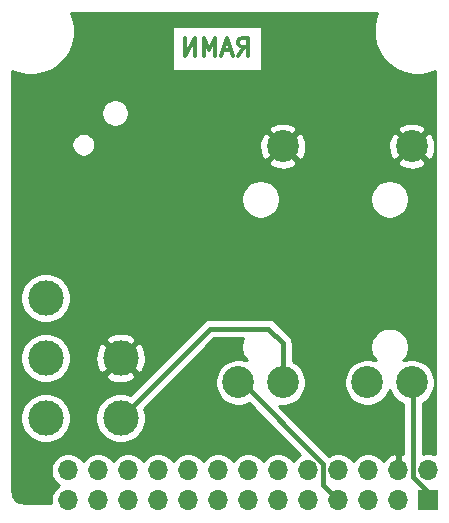
<source format=gbr>
G04 #@! TF.GenerationSoftware,KiCad,Pcbnew,(5.1.9)-1*
G04 #@! TF.CreationDate,2021-02-23T11:14:44+09:00*
G04 #@! TF.ProjectId,powertrain,706f7765-7274-4726-9169-6e2e6b696361,rev?*
G04 #@! TF.SameCoordinates,Original*
G04 #@! TF.FileFunction,Copper,L2,Bot*
G04 #@! TF.FilePolarity,Positive*
%FSLAX46Y46*%
G04 Gerber Fmt 4.6, Leading zero omitted, Abs format (unit mm)*
G04 Created by KiCad (PCBNEW (5.1.9)-1) date 2021-02-23 11:14:44*
%MOMM*%
%LPD*%
G01*
G04 APERTURE LIST*
G04 #@! TA.AperFunction,NonConductor*
%ADD10C,0.300000*%
G04 #@! TD*
G04 #@! TA.AperFunction,ComponentPad*
%ADD11C,2.700000*%
G04 #@! TD*
G04 #@! TA.AperFunction,ComponentPad*
%ADD12O,1.700000X1.700000*%
G04 #@! TD*
G04 #@! TA.AperFunction,ComponentPad*
%ADD13R,1.700000X1.700000*%
G04 #@! TD*
G04 #@! TA.AperFunction,ComponentPad*
%ADD14C,3.000000*%
G04 #@! TD*
G04 #@! TA.AperFunction,ViaPad*
%ADD15C,0.800000*%
G04 #@! TD*
G04 #@! TA.AperFunction,Conductor*
%ADD16C,0.400000*%
G04 #@! TD*
G04 #@! TA.AperFunction,Conductor*
%ADD17C,0.254000*%
G04 #@! TD*
G04 #@! TA.AperFunction,Conductor*
%ADD18C,0.100000*%
G04 #@! TD*
G04 APERTURE END LIST*
D10*
X53129428Y-25824571D02*
X53629428Y-25110285D01*
X53986571Y-25824571D02*
X53986571Y-24324571D01*
X53415142Y-24324571D01*
X53272285Y-24396000D01*
X53200857Y-24467428D01*
X53129428Y-24610285D01*
X53129428Y-24824571D01*
X53200857Y-24967428D01*
X53272285Y-25038857D01*
X53415142Y-25110285D01*
X53986571Y-25110285D01*
X52558000Y-25396000D02*
X51843714Y-25396000D01*
X52700857Y-25824571D02*
X52200857Y-24324571D01*
X51700857Y-25824571D01*
X51200857Y-25824571D02*
X51200857Y-24324571D01*
X50700857Y-25396000D01*
X50200857Y-24324571D01*
X50200857Y-25824571D01*
X49486571Y-25824571D02*
X49486571Y-24324571D01*
X48629428Y-25824571D01*
X48629428Y-24324571D01*
D11*
X67818000Y-53498000D03*
X64068000Y-53498000D03*
X67818000Y-33498000D03*
X56896000Y-33498000D03*
X53146000Y-53498000D03*
X56896000Y-53498000D03*
D12*
X38735000Y-60960000D03*
X38735000Y-63500000D03*
X41275000Y-60960000D03*
X41275000Y-63500000D03*
X43815000Y-60960000D03*
X43815000Y-63500000D03*
X46355000Y-60960000D03*
X46355000Y-63500000D03*
X48895000Y-60960000D03*
X48895000Y-63500000D03*
X51435000Y-60960000D03*
X51435000Y-63500000D03*
X53975000Y-60960000D03*
X53975000Y-63500000D03*
X56515000Y-60960000D03*
X56515000Y-63500000D03*
X59055000Y-60960000D03*
X59055000Y-63500000D03*
X61595000Y-60960000D03*
X61595000Y-63500000D03*
X64135000Y-60960000D03*
X64135000Y-63500000D03*
X66675000Y-60960000D03*
X66675000Y-63500000D03*
X69215000Y-60960000D03*
D13*
X69215000Y-63500000D03*
D14*
X36830000Y-46355000D03*
X36830000Y-56515000D03*
X36830000Y-51435000D03*
X43180000Y-51435000D03*
X43180000Y-56515000D03*
D15*
X40640000Y-22860000D03*
X63500000Y-22860000D03*
X34798000Y-60960000D03*
X50292000Y-45466000D03*
X50038000Y-52578000D03*
X35306000Y-43434000D03*
X60452000Y-53340000D03*
X50292000Y-33274000D03*
D16*
X50755001Y-48939999D02*
X43180000Y-56515000D01*
X55693001Y-48939999D02*
X50755001Y-48939999D01*
X56896000Y-50142998D02*
X55693001Y-48939999D01*
X56896000Y-53340000D02*
X56896000Y-50142998D01*
X67945000Y-53975000D02*
X67310000Y-53340000D01*
X67945000Y-61540002D02*
X67945000Y-53975000D01*
X69215000Y-62810002D02*
X67945000Y-61540002D01*
X69215000Y-63500000D02*
X69215000Y-62810002D01*
X53285002Y-53340000D02*
X53146000Y-53340000D01*
X60325000Y-60379998D02*
X53285002Y-53340000D01*
X60325000Y-62230000D02*
X60325000Y-60379998D01*
X61595000Y-63500000D02*
X60325000Y-62230000D01*
D17*
X64742227Y-22661874D02*
X64599000Y-23381923D01*
X64599000Y-24116077D01*
X64742227Y-24836126D01*
X65023176Y-25514396D01*
X65431050Y-26124824D01*
X65950176Y-26643950D01*
X66560604Y-27051824D01*
X67238874Y-27332773D01*
X67958923Y-27476000D01*
X68693077Y-27476000D01*
X69413126Y-27332773D01*
X69815000Y-27166311D01*
X69815001Y-59601176D01*
X69648158Y-59532068D01*
X69361260Y-59475000D01*
X69068740Y-59475000D01*
X68781842Y-59532068D01*
X68780000Y-59532831D01*
X68780000Y-55242552D01*
X69083364Y-55039851D01*
X69359851Y-54763364D01*
X69577085Y-54438250D01*
X69726718Y-54077003D01*
X69803000Y-53693505D01*
X69803000Y-53302495D01*
X69726718Y-52918997D01*
X69577085Y-52557750D01*
X69359851Y-52232636D01*
X69083364Y-51956149D01*
X68758250Y-51738915D01*
X68397003Y-51589282D01*
X68013505Y-51513000D01*
X67622495Y-51513000D01*
X67238997Y-51589282D01*
X67110896Y-51642343D01*
X67212987Y-51540252D01*
X67391918Y-51272463D01*
X67515168Y-50974912D01*
X67578000Y-50659033D01*
X67578000Y-50336967D01*
X67515168Y-50021088D01*
X67391918Y-49723537D01*
X67212987Y-49455748D01*
X66985252Y-49228013D01*
X66717463Y-49049082D01*
X66419912Y-48925832D01*
X66104033Y-48863000D01*
X65781967Y-48863000D01*
X65466088Y-48925832D01*
X65168537Y-49049082D01*
X64900748Y-49228013D01*
X64673013Y-49455748D01*
X64494082Y-49723537D01*
X64370832Y-50021088D01*
X64308000Y-50336967D01*
X64308000Y-50659033D01*
X64370832Y-50974912D01*
X64494082Y-51272463D01*
X64673013Y-51540252D01*
X64775104Y-51642343D01*
X64647003Y-51589282D01*
X64263505Y-51513000D01*
X63872495Y-51513000D01*
X63488997Y-51589282D01*
X63127750Y-51738915D01*
X62802636Y-51956149D01*
X62526149Y-52232636D01*
X62308915Y-52557750D01*
X62159282Y-52918997D01*
X62083000Y-53302495D01*
X62083000Y-53693505D01*
X62159282Y-54077003D01*
X62308915Y-54438250D01*
X62526149Y-54763364D01*
X62802636Y-55039851D01*
X63127750Y-55257085D01*
X63488997Y-55406718D01*
X63872495Y-55483000D01*
X64263505Y-55483000D01*
X64647003Y-55406718D01*
X65008250Y-55257085D01*
X65333364Y-55039851D01*
X65609851Y-54763364D01*
X65827085Y-54438250D01*
X65943000Y-54158406D01*
X66058915Y-54438250D01*
X66276149Y-54763364D01*
X66552636Y-55039851D01*
X66877750Y-55257085D01*
X67110001Y-55353286D01*
X67110000Y-59542216D01*
X67031890Y-59518524D01*
X66802000Y-59639845D01*
X66802000Y-60833000D01*
X66822000Y-60833000D01*
X66822000Y-61087000D01*
X66802000Y-61087000D01*
X66802000Y-61107000D01*
X66548000Y-61107000D01*
X66548000Y-61087000D01*
X66528000Y-61087000D01*
X66528000Y-60833000D01*
X66548000Y-60833000D01*
X66548000Y-59639845D01*
X66318110Y-59518524D01*
X66170901Y-59563175D01*
X65908080Y-59688359D01*
X65674731Y-59862412D01*
X65479822Y-60078645D01*
X65410195Y-60195534D01*
X65288475Y-60013368D01*
X65081632Y-59806525D01*
X64838411Y-59644010D01*
X64568158Y-59532068D01*
X64281260Y-59475000D01*
X63988740Y-59475000D01*
X63701842Y-59532068D01*
X63431589Y-59644010D01*
X63188368Y-59806525D01*
X62981525Y-60013368D01*
X62865000Y-60187760D01*
X62748475Y-60013368D01*
X62541632Y-59806525D01*
X62298411Y-59644010D01*
X62028158Y-59532068D01*
X61741260Y-59475000D01*
X61448740Y-59475000D01*
X61161842Y-59532068D01*
X60891589Y-59644010D01*
X60818630Y-59692759D01*
X56586119Y-55460249D01*
X56700495Y-55483000D01*
X57091505Y-55483000D01*
X57475003Y-55406718D01*
X57836250Y-55257085D01*
X58161364Y-55039851D01*
X58437851Y-54763364D01*
X58655085Y-54438250D01*
X58804718Y-54077003D01*
X58881000Y-53693505D01*
X58881000Y-53302495D01*
X58804718Y-52918997D01*
X58655085Y-52557750D01*
X58437851Y-52232636D01*
X58161364Y-51956149D01*
X57836250Y-51738915D01*
X57731000Y-51695319D01*
X57731000Y-50184016D01*
X57735040Y-50142998D01*
X57718918Y-49979310D01*
X57671172Y-49821911D01*
X57639639Y-49762917D01*
X57593636Y-49676852D01*
X57489291Y-49549707D01*
X57457426Y-49523556D01*
X56312447Y-48378578D01*
X56286292Y-48346708D01*
X56159147Y-48242363D01*
X56014088Y-48164827D01*
X55856690Y-48117081D01*
X55734020Y-48104999D01*
X55734019Y-48104999D01*
X55693001Y-48100959D01*
X55651983Y-48104999D01*
X50796019Y-48104999D01*
X50755000Y-48100959D01*
X50713982Y-48104999D01*
X50591312Y-48117081D01*
X50433914Y-48164827D01*
X50288855Y-48242363D01*
X50161710Y-48346708D01*
X50135560Y-48378572D01*
X43979059Y-54535074D01*
X43802756Y-54462047D01*
X43390279Y-54380000D01*
X42969721Y-54380000D01*
X42557244Y-54462047D01*
X42168698Y-54622988D01*
X41819017Y-54856637D01*
X41521637Y-55154017D01*
X41287988Y-55503698D01*
X41127047Y-55892244D01*
X41045000Y-56304721D01*
X41045000Y-56725279D01*
X41127047Y-57137756D01*
X41287988Y-57526302D01*
X41521637Y-57875983D01*
X41819017Y-58173363D01*
X42168698Y-58407012D01*
X42557244Y-58567953D01*
X42969721Y-58650000D01*
X43390279Y-58650000D01*
X43802756Y-58567953D01*
X44191302Y-58407012D01*
X44540983Y-58173363D01*
X44838363Y-57875983D01*
X45072012Y-57526302D01*
X45232953Y-57137756D01*
X45315000Y-56725279D01*
X45315000Y-56304721D01*
X45232953Y-55892244D01*
X45159926Y-55715941D01*
X51100869Y-49774999D01*
X53550766Y-49774999D01*
X53448832Y-50021088D01*
X53386000Y-50336967D01*
X53386000Y-50659033D01*
X53448832Y-50974912D01*
X53572082Y-51272463D01*
X53751013Y-51540252D01*
X53853104Y-51642343D01*
X53725003Y-51589282D01*
X53341505Y-51513000D01*
X52950495Y-51513000D01*
X52566997Y-51589282D01*
X52205750Y-51738915D01*
X51880636Y-51956149D01*
X51604149Y-52232636D01*
X51386915Y-52557750D01*
X51237282Y-52918997D01*
X51161000Y-53302495D01*
X51161000Y-53693505D01*
X51237282Y-54077003D01*
X51386915Y-54438250D01*
X51604149Y-54763364D01*
X51880636Y-55039851D01*
X52205750Y-55257085D01*
X52566997Y-55406718D01*
X52950495Y-55483000D01*
X53341505Y-55483000D01*
X53725003Y-55406718D01*
X54040267Y-55276132D01*
X58391579Y-59627446D01*
X58351589Y-59644010D01*
X58108368Y-59806525D01*
X57901525Y-60013368D01*
X57785000Y-60187760D01*
X57668475Y-60013368D01*
X57461632Y-59806525D01*
X57218411Y-59644010D01*
X56948158Y-59532068D01*
X56661260Y-59475000D01*
X56368740Y-59475000D01*
X56081842Y-59532068D01*
X55811589Y-59644010D01*
X55568368Y-59806525D01*
X55361525Y-60013368D01*
X55245000Y-60187760D01*
X55128475Y-60013368D01*
X54921632Y-59806525D01*
X54678411Y-59644010D01*
X54408158Y-59532068D01*
X54121260Y-59475000D01*
X53828740Y-59475000D01*
X53541842Y-59532068D01*
X53271589Y-59644010D01*
X53028368Y-59806525D01*
X52821525Y-60013368D01*
X52705000Y-60187760D01*
X52588475Y-60013368D01*
X52381632Y-59806525D01*
X52138411Y-59644010D01*
X51868158Y-59532068D01*
X51581260Y-59475000D01*
X51288740Y-59475000D01*
X51001842Y-59532068D01*
X50731589Y-59644010D01*
X50488368Y-59806525D01*
X50281525Y-60013368D01*
X50165000Y-60187760D01*
X50048475Y-60013368D01*
X49841632Y-59806525D01*
X49598411Y-59644010D01*
X49328158Y-59532068D01*
X49041260Y-59475000D01*
X48748740Y-59475000D01*
X48461842Y-59532068D01*
X48191589Y-59644010D01*
X47948368Y-59806525D01*
X47741525Y-60013368D01*
X47625000Y-60187760D01*
X47508475Y-60013368D01*
X47301632Y-59806525D01*
X47058411Y-59644010D01*
X46788158Y-59532068D01*
X46501260Y-59475000D01*
X46208740Y-59475000D01*
X45921842Y-59532068D01*
X45651589Y-59644010D01*
X45408368Y-59806525D01*
X45201525Y-60013368D01*
X45085000Y-60187760D01*
X44968475Y-60013368D01*
X44761632Y-59806525D01*
X44518411Y-59644010D01*
X44248158Y-59532068D01*
X43961260Y-59475000D01*
X43668740Y-59475000D01*
X43381842Y-59532068D01*
X43111589Y-59644010D01*
X42868368Y-59806525D01*
X42661525Y-60013368D01*
X42545000Y-60187760D01*
X42428475Y-60013368D01*
X42221632Y-59806525D01*
X41978411Y-59644010D01*
X41708158Y-59532068D01*
X41421260Y-59475000D01*
X41128740Y-59475000D01*
X40841842Y-59532068D01*
X40571589Y-59644010D01*
X40328368Y-59806525D01*
X40121525Y-60013368D01*
X40005000Y-60187760D01*
X39888475Y-60013368D01*
X39681632Y-59806525D01*
X39438411Y-59644010D01*
X39168158Y-59532068D01*
X38881260Y-59475000D01*
X38588740Y-59475000D01*
X38301842Y-59532068D01*
X38031589Y-59644010D01*
X37788368Y-59806525D01*
X37581525Y-60013368D01*
X37419010Y-60256589D01*
X37307068Y-60526842D01*
X37250000Y-60813740D01*
X37250000Y-61106260D01*
X37307068Y-61393158D01*
X37419010Y-61663411D01*
X37581525Y-61906632D01*
X37788368Y-62113475D01*
X37962760Y-62230000D01*
X37788368Y-62346525D01*
X37581525Y-62553368D01*
X37419010Y-62796589D01*
X37307068Y-63066842D01*
X37250000Y-63353740D01*
X37250000Y-63646260D01*
X37257706Y-63685000D01*
X35004968Y-63685000D01*
X34750741Y-63660073D01*
X34583117Y-63609464D01*
X34428519Y-63527263D01*
X34292831Y-63416599D01*
X34181222Y-63281686D01*
X34097942Y-63127664D01*
X34046165Y-62960397D01*
X34011105Y-62626828D01*
X33999042Y-62568061D01*
X33996794Y-62545935D01*
X34020000Y-62310322D01*
X34020000Y-56304721D01*
X34695000Y-56304721D01*
X34695000Y-56725279D01*
X34777047Y-57137756D01*
X34937988Y-57526302D01*
X35171637Y-57875983D01*
X35469017Y-58173363D01*
X35818698Y-58407012D01*
X36207244Y-58567953D01*
X36619721Y-58650000D01*
X37040279Y-58650000D01*
X37452756Y-58567953D01*
X37841302Y-58407012D01*
X38190983Y-58173363D01*
X38488363Y-57875983D01*
X38722012Y-57526302D01*
X38882953Y-57137756D01*
X38965000Y-56725279D01*
X38965000Y-56304721D01*
X38882953Y-55892244D01*
X38722012Y-55503698D01*
X38488363Y-55154017D01*
X38190983Y-54856637D01*
X37841302Y-54622988D01*
X37452756Y-54462047D01*
X37040279Y-54380000D01*
X36619721Y-54380000D01*
X36207244Y-54462047D01*
X35818698Y-54622988D01*
X35469017Y-54856637D01*
X35171637Y-55154017D01*
X34937988Y-55503698D01*
X34777047Y-55892244D01*
X34695000Y-56304721D01*
X34020000Y-56304721D01*
X34020000Y-51224721D01*
X34695000Y-51224721D01*
X34695000Y-51645279D01*
X34777047Y-52057756D01*
X34937988Y-52446302D01*
X35171637Y-52795983D01*
X35469017Y-53093363D01*
X35818698Y-53327012D01*
X36207244Y-53487953D01*
X36619721Y-53570000D01*
X37040279Y-53570000D01*
X37452756Y-53487953D01*
X37841302Y-53327012D01*
X38190983Y-53093363D01*
X38357693Y-52926653D01*
X41867952Y-52926653D01*
X42023962Y-53242214D01*
X42398745Y-53433020D01*
X42803551Y-53547044D01*
X43222824Y-53579902D01*
X43640451Y-53530334D01*
X44040383Y-53400243D01*
X44336038Y-53242214D01*
X44492048Y-52926653D01*
X43180000Y-51614605D01*
X41867952Y-52926653D01*
X38357693Y-52926653D01*
X38488363Y-52795983D01*
X38722012Y-52446302D01*
X38882953Y-52057756D01*
X38965000Y-51645279D01*
X38965000Y-51477824D01*
X41035098Y-51477824D01*
X41084666Y-51895451D01*
X41214757Y-52295383D01*
X41372786Y-52591038D01*
X41688347Y-52747048D01*
X43000395Y-51435000D01*
X43359605Y-51435000D01*
X44671653Y-52747048D01*
X44987214Y-52591038D01*
X45178020Y-52216255D01*
X45292044Y-51811449D01*
X45324902Y-51392176D01*
X45275334Y-50974549D01*
X45145243Y-50574617D01*
X44987214Y-50278962D01*
X44671653Y-50122952D01*
X43359605Y-51435000D01*
X43000395Y-51435000D01*
X41688347Y-50122952D01*
X41372786Y-50278962D01*
X41181980Y-50653745D01*
X41067956Y-51058551D01*
X41035098Y-51477824D01*
X38965000Y-51477824D01*
X38965000Y-51224721D01*
X38882953Y-50812244D01*
X38722012Y-50423698D01*
X38488363Y-50074017D01*
X38357693Y-49943347D01*
X41867952Y-49943347D01*
X43180000Y-51255395D01*
X44492048Y-49943347D01*
X44336038Y-49627786D01*
X43961255Y-49436980D01*
X43556449Y-49322956D01*
X43137176Y-49290098D01*
X42719549Y-49339666D01*
X42319617Y-49469757D01*
X42023962Y-49627786D01*
X41867952Y-49943347D01*
X38357693Y-49943347D01*
X38190983Y-49776637D01*
X37841302Y-49542988D01*
X37452756Y-49382047D01*
X37040279Y-49300000D01*
X36619721Y-49300000D01*
X36207244Y-49382047D01*
X35818698Y-49542988D01*
X35469017Y-49776637D01*
X35171637Y-50074017D01*
X34937988Y-50423698D01*
X34777047Y-50812244D01*
X34695000Y-51224721D01*
X34020000Y-51224721D01*
X34020000Y-46144721D01*
X34695000Y-46144721D01*
X34695000Y-46565279D01*
X34777047Y-46977756D01*
X34937988Y-47366302D01*
X35171637Y-47715983D01*
X35469017Y-48013363D01*
X35818698Y-48247012D01*
X36207244Y-48407953D01*
X36619721Y-48490000D01*
X37040279Y-48490000D01*
X37452756Y-48407953D01*
X37841302Y-48247012D01*
X38190983Y-48013363D01*
X38488363Y-47715983D01*
X38722012Y-47366302D01*
X38882953Y-46977756D01*
X38965000Y-46565279D01*
X38965000Y-46144721D01*
X38882953Y-45732244D01*
X38722012Y-45343698D01*
X38488363Y-44994017D01*
X38190983Y-44696637D01*
X37841302Y-44462988D01*
X37452756Y-44302047D01*
X37040279Y-44220000D01*
X36619721Y-44220000D01*
X36207244Y-44302047D01*
X35818698Y-44462988D01*
X35469017Y-44696637D01*
X35171637Y-44994017D01*
X34937988Y-45343698D01*
X34777047Y-45732244D01*
X34695000Y-46144721D01*
X34020000Y-46144721D01*
X34020000Y-37836967D01*
X53386000Y-37836967D01*
X53386000Y-38159033D01*
X53448832Y-38474912D01*
X53572082Y-38772463D01*
X53751013Y-39040252D01*
X53978748Y-39267987D01*
X54246537Y-39446918D01*
X54544088Y-39570168D01*
X54859967Y-39633000D01*
X55182033Y-39633000D01*
X55497912Y-39570168D01*
X55795463Y-39446918D01*
X56063252Y-39267987D01*
X56290987Y-39040252D01*
X56469918Y-38772463D01*
X56593168Y-38474912D01*
X56656000Y-38159033D01*
X56656000Y-37836967D01*
X64308000Y-37836967D01*
X64308000Y-38159033D01*
X64370832Y-38474912D01*
X64494082Y-38772463D01*
X64673013Y-39040252D01*
X64900748Y-39267987D01*
X65168537Y-39446918D01*
X65466088Y-39570168D01*
X65781967Y-39633000D01*
X66104033Y-39633000D01*
X66419912Y-39570168D01*
X66717463Y-39446918D01*
X66985252Y-39267987D01*
X67212987Y-39040252D01*
X67391918Y-38772463D01*
X67515168Y-38474912D01*
X67578000Y-38159033D01*
X67578000Y-37836967D01*
X67515168Y-37521088D01*
X67391918Y-37223537D01*
X67212987Y-36955748D01*
X66985252Y-36728013D01*
X66717463Y-36549082D01*
X66419912Y-36425832D01*
X66104033Y-36363000D01*
X65781967Y-36363000D01*
X65466088Y-36425832D01*
X65168537Y-36549082D01*
X64900748Y-36728013D01*
X64673013Y-36955748D01*
X64494082Y-37223537D01*
X64370832Y-37521088D01*
X64308000Y-37836967D01*
X56656000Y-37836967D01*
X56593168Y-37521088D01*
X56469918Y-37223537D01*
X56290987Y-36955748D01*
X56063252Y-36728013D01*
X55795463Y-36549082D01*
X55497912Y-36425832D01*
X55182033Y-36363000D01*
X54859967Y-36363000D01*
X54544088Y-36425832D01*
X54246537Y-36549082D01*
X53978748Y-36728013D01*
X53751013Y-36955748D01*
X53572082Y-37223537D01*
X53448832Y-37521088D01*
X53386000Y-37836967D01*
X34020000Y-37836967D01*
X34020000Y-34882838D01*
X55690767Y-34882838D01*
X55828724Y-35183044D01*
X56177967Y-35358882D01*
X56554804Y-35463207D01*
X56944753Y-35492009D01*
X57332828Y-35444184D01*
X57704116Y-35321568D01*
X57963276Y-35183044D01*
X58101233Y-34882838D01*
X66612767Y-34882838D01*
X66750724Y-35183044D01*
X67099967Y-35358882D01*
X67476804Y-35463207D01*
X67866753Y-35492009D01*
X68254828Y-35444184D01*
X68626116Y-35321568D01*
X68885276Y-35183044D01*
X69023233Y-34882838D01*
X67818000Y-33677605D01*
X66612767Y-34882838D01*
X58101233Y-34882838D01*
X56896000Y-33677605D01*
X55690767Y-34882838D01*
X34020000Y-34882838D01*
X34020000Y-33283382D01*
X39013142Y-33283382D01*
X39013142Y-33482334D01*
X39051956Y-33677464D01*
X39128092Y-33861272D01*
X39238624Y-34026695D01*
X39379305Y-34167376D01*
X39544728Y-34277908D01*
X39728536Y-34354044D01*
X39923666Y-34392858D01*
X40122618Y-34392858D01*
X40317748Y-34354044D01*
X40501556Y-34277908D01*
X40666979Y-34167376D01*
X40807660Y-34026695D01*
X40918192Y-33861272D01*
X40994328Y-33677464D01*
X41020328Y-33546753D01*
X54901991Y-33546753D01*
X54949816Y-33934828D01*
X55072432Y-34306116D01*
X55210956Y-34565276D01*
X55511162Y-34703233D01*
X56716395Y-33498000D01*
X57075605Y-33498000D01*
X58280838Y-34703233D01*
X58581044Y-34565276D01*
X58756882Y-34216033D01*
X58861207Y-33839196D01*
X58882807Y-33546753D01*
X65823991Y-33546753D01*
X65871816Y-33934828D01*
X65994432Y-34306116D01*
X66132956Y-34565276D01*
X66433162Y-34703233D01*
X67638395Y-33498000D01*
X67997605Y-33498000D01*
X69202838Y-34703233D01*
X69503044Y-34565276D01*
X69678882Y-34216033D01*
X69783207Y-33839196D01*
X69812009Y-33449247D01*
X69764184Y-33061172D01*
X69641568Y-32689884D01*
X69503044Y-32430724D01*
X69202838Y-32292767D01*
X67997605Y-33498000D01*
X67638395Y-33498000D01*
X66433162Y-32292767D01*
X66132956Y-32430724D01*
X65957118Y-32779967D01*
X65852793Y-33156804D01*
X65823991Y-33546753D01*
X58882807Y-33546753D01*
X58890009Y-33449247D01*
X58842184Y-33061172D01*
X58719568Y-32689884D01*
X58581044Y-32430724D01*
X58280838Y-32292767D01*
X57075605Y-33498000D01*
X56716395Y-33498000D01*
X55511162Y-32292767D01*
X55210956Y-32430724D01*
X55035118Y-32779967D01*
X54930793Y-33156804D01*
X54901991Y-33546753D01*
X41020328Y-33546753D01*
X41033142Y-33482334D01*
X41033142Y-33283382D01*
X40994328Y-33088252D01*
X40918192Y-32904444D01*
X40807660Y-32739021D01*
X40666979Y-32598340D01*
X40501556Y-32487808D01*
X40317748Y-32411672D01*
X40122618Y-32372858D01*
X39923666Y-32372858D01*
X39728536Y-32411672D01*
X39544728Y-32487808D01*
X39379305Y-32598340D01*
X39238624Y-32739021D01*
X39128092Y-32904444D01*
X39051956Y-33088252D01*
X39013142Y-33283382D01*
X34020000Y-33283382D01*
X34020000Y-32113162D01*
X55690767Y-32113162D01*
X56896000Y-33318395D01*
X58101233Y-32113162D01*
X66612767Y-32113162D01*
X67818000Y-33318395D01*
X69023233Y-32113162D01*
X68885276Y-31812956D01*
X68536033Y-31637118D01*
X68159196Y-31532793D01*
X67769247Y-31503991D01*
X67381172Y-31551816D01*
X67009884Y-31674432D01*
X66750724Y-31812956D01*
X66612767Y-32113162D01*
X58101233Y-32113162D01*
X57963276Y-31812956D01*
X57614033Y-31637118D01*
X57237196Y-31532793D01*
X56847247Y-31503991D01*
X56459172Y-31551816D01*
X56087884Y-31674432D01*
X55828724Y-31812956D01*
X55690767Y-32113162D01*
X34020000Y-32113162D01*
X34020000Y-30581602D01*
X41550148Y-30581602D01*
X41550148Y-30810102D01*
X41594726Y-31034212D01*
X41682169Y-31245318D01*
X41809117Y-31435309D01*
X41970691Y-31596883D01*
X42160682Y-31723831D01*
X42371788Y-31811274D01*
X42595898Y-31855852D01*
X42824398Y-31855852D01*
X43048508Y-31811274D01*
X43259614Y-31723831D01*
X43449605Y-31596883D01*
X43611179Y-31435309D01*
X43738127Y-31245318D01*
X43825570Y-31034212D01*
X43870148Y-30810102D01*
X43870148Y-30581602D01*
X43825570Y-30357492D01*
X43738127Y-30146386D01*
X43611179Y-29956395D01*
X43449605Y-29794821D01*
X43259614Y-29667873D01*
X43048508Y-29580430D01*
X42824398Y-29535852D01*
X42595898Y-29535852D01*
X42371788Y-29580430D01*
X42160682Y-29667873D01*
X41970691Y-29794821D01*
X41809117Y-29956395D01*
X41682169Y-30146386D01*
X41594726Y-30357492D01*
X41550148Y-30581602D01*
X34020000Y-30581602D01*
X34020000Y-27145186D01*
X34472874Y-27332773D01*
X35192923Y-27476000D01*
X35927077Y-27476000D01*
X36647126Y-27332773D01*
X37325396Y-27051824D01*
X37935824Y-26643950D01*
X38454950Y-26124824D01*
X38862824Y-25514396D01*
X39143773Y-24836126D01*
X39287000Y-24116077D01*
X39287000Y-23381923D01*
X39281844Y-23356000D01*
X47487286Y-23356000D01*
X47487286Y-27176000D01*
X55128715Y-27176000D01*
X55128715Y-23356000D01*
X47487286Y-23356000D01*
X39281844Y-23356000D01*
X39143773Y-22661874D01*
X38977311Y-22260000D01*
X64908689Y-22260000D01*
X64742227Y-22661874D01*
G04 #@! TA.AperFunction,Conductor*
D18*
G36*
X64742227Y-22661874D02*
G01*
X64599000Y-23381923D01*
X64599000Y-24116077D01*
X64742227Y-24836126D01*
X65023176Y-25514396D01*
X65431050Y-26124824D01*
X65950176Y-26643950D01*
X66560604Y-27051824D01*
X67238874Y-27332773D01*
X67958923Y-27476000D01*
X68693077Y-27476000D01*
X69413126Y-27332773D01*
X69815000Y-27166311D01*
X69815001Y-59601176D01*
X69648158Y-59532068D01*
X69361260Y-59475000D01*
X69068740Y-59475000D01*
X68781842Y-59532068D01*
X68780000Y-59532831D01*
X68780000Y-55242552D01*
X69083364Y-55039851D01*
X69359851Y-54763364D01*
X69577085Y-54438250D01*
X69726718Y-54077003D01*
X69803000Y-53693505D01*
X69803000Y-53302495D01*
X69726718Y-52918997D01*
X69577085Y-52557750D01*
X69359851Y-52232636D01*
X69083364Y-51956149D01*
X68758250Y-51738915D01*
X68397003Y-51589282D01*
X68013505Y-51513000D01*
X67622495Y-51513000D01*
X67238997Y-51589282D01*
X67110896Y-51642343D01*
X67212987Y-51540252D01*
X67391918Y-51272463D01*
X67515168Y-50974912D01*
X67578000Y-50659033D01*
X67578000Y-50336967D01*
X67515168Y-50021088D01*
X67391918Y-49723537D01*
X67212987Y-49455748D01*
X66985252Y-49228013D01*
X66717463Y-49049082D01*
X66419912Y-48925832D01*
X66104033Y-48863000D01*
X65781967Y-48863000D01*
X65466088Y-48925832D01*
X65168537Y-49049082D01*
X64900748Y-49228013D01*
X64673013Y-49455748D01*
X64494082Y-49723537D01*
X64370832Y-50021088D01*
X64308000Y-50336967D01*
X64308000Y-50659033D01*
X64370832Y-50974912D01*
X64494082Y-51272463D01*
X64673013Y-51540252D01*
X64775104Y-51642343D01*
X64647003Y-51589282D01*
X64263505Y-51513000D01*
X63872495Y-51513000D01*
X63488997Y-51589282D01*
X63127750Y-51738915D01*
X62802636Y-51956149D01*
X62526149Y-52232636D01*
X62308915Y-52557750D01*
X62159282Y-52918997D01*
X62083000Y-53302495D01*
X62083000Y-53693505D01*
X62159282Y-54077003D01*
X62308915Y-54438250D01*
X62526149Y-54763364D01*
X62802636Y-55039851D01*
X63127750Y-55257085D01*
X63488997Y-55406718D01*
X63872495Y-55483000D01*
X64263505Y-55483000D01*
X64647003Y-55406718D01*
X65008250Y-55257085D01*
X65333364Y-55039851D01*
X65609851Y-54763364D01*
X65827085Y-54438250D01*
X65943000Y-54158406D01*
X66058915Y-54438250D01*
X66276149Y-54763364D01*
X66552636Y-55039851D01*
X66877750Y-55257085D01*
X67110001Y-55353286D01*
X67110000Y-59542216D01*
X67031890Y-59518524D01*
X66802000Y-59639845D01*
X66802000Y-60833000D01*
X66822000Y-60833000D01*
X66822000Y-61087000D01*
X66802000Y-61087000D01*
X66802000Y-61107000D01*
X66548000Y-61107000D01*
X66548000Y-61087000D01*
X66528000Y-61087000D01*
X66528000Y-60833000D01*
X66548000Y-60833000D01*
X66548000Y-59639845D01*
X66318110Y-59518524D01*
X66170901Y-59563175D01*
X65908080Y-59688359D01*
X65674731Y-59862412D01*
X65479822Y-60078645D01*
X65410195Y-60195534D01*
X65288475Y-60013368D01*
X65081632Y-59806525D01*
X64838411Y-59644010D01*
X64568158Y-59532068D01*
X64281260Y-59475000D01*
X63988740Y-59475000D01*
X63701842Y-59532068D01*
X63431589Y-59644010D01*
X63188368Y-59806525D01*
X62981525Y-60013368D01*
X62865000Y-60187760D01*
X62748475Y-60013368D01*
X62541632Y-59806525D01*
X62298411Y-59644010D01*
X62028158Y-59532068D01*
X61741260Y-59475000D01*
X61448740Y-59475000D01*
X61161842Y-59532068D01*
X60891589Y-59644010D01*
X60818630Y-59692759D01*
X56586119Y-55460249D01*
X56700495Y-55483000D01*
X57091505Y-55483000D01*
X57475003Y-55406718D01*
X57836250Y-55257085D01*
X58161364Y-55039851D01*
X58437851Y-54763364D01*
X58655085Y-54438250D01*
X58804718Y-54077003D01*
X58881000Y-53693505D01*
X58881000Y-53302495D01*
X58804718Y-52918997D01*
X58655085Y-52557750D01*
X58437851Y-52232636D01*
X58161364Y-51956149D01*
X57836250Y-51738915D01*
X57731000Y-51695319D01*
X57731000Y-50184016D01*
X57735040Y-50142998D01*
X57718918Y-49979310D01*
X57671172Y-49821911D01*
X57639639Y-49762917D01*
X57593636Y-49676852D01*
X57489291Y-49549707D01*
X57457426Y-49523556D01*
X56312447Y-48378578D01*
X56286292Y-48346708D01*
X56159147Y-48242363D01*
X56014088Y-48164827D01*
X55856690Y-48117081D01*
X55734020Y-48104999D01*
X55734019Y-48104999D01*
X55693001Y-48100959D01*
X55651983Y-48104999D01*
X50796019Y-48104999D01*
X50755000Y-48100959D01*
X50713982Y-48104999D01*
X50591312Y-48117081D01*
X50433914Y-48164827D01*
X50288855Y-48242363D01*
X50161710Y-48346708D01*
X50135560Y-48378572D01*
X43979059Y-54535074D01*
X43802756Y-54462047D01*
X43390279Y-54380000D01*
X42969721Y-54380000D01*
X42557244Y-54462047D01*
X42168698Y-54622988D01*
X41819017Y-54856637D01*
X41521637Y-55154017D01*
X41287988Y-55503698D01*
X41127047Y-55892244D01*
X41045000Y-56304721D01*
X41045000Y-56725279D01*
X41127047Y-57137756D01*
X41287988Y-57526302D01*
X41521637Y-57875983D01*
X41819017Y-58173363D01*
X42168698Y-58407012D01*
X42557244Y-58567953D01*
X42969721Y-58650000D01*
X43390279Y-58650000D01*
X43802756Y-58567953D01*
X44191302Y-58407012D01*
X44540983Y-58173363D01*
X44838363Y-57875983D01*
X45072012Y-57526302D01*
X45232953Y-57137756D01*
X45315000Y-56725279D01*
X45315000Y-56304721D01*
X45232953Y-55892244D01*
X45159926Y-55715941D01*
X51100869Y-49774999D01*
X53550766Y-49774999D01*
X53448832Y-50021088D01*
X53386000Y-50336967D01*
X53386000Y-50659033D01*
X53448832Y-50974912D01*
X53572082Y-51272463D01*
X53751013Y-51540252D01*
X53853104Y-51642343D01*
X53725003Y-51589282D01*
X53341505Y-51513000D01*
X52950495Y-51513000D01*
X52566997Y-51589282D01*
X52205750Y-51738915D01*
X51880636Y-51956149D01*
X51604149Y-52232636D01*
X51386915Y-52557750D01*
X51237282Y-52918997D01*
X51161000Y-53302495D01*
X51161000Y-53693505D01*
X51237282Y-54077003D01*
X51386915Y-54438250D01*
X51604149Y-54763364D01*
X51880636Y-55039851D01*
X52205750Y-55257085D01*
X52566997Y-55406718D01*
X52950495Y-55483000D01*
X53341505Y-55483000D01*
X53725003Y-55406718D01*
X54040267Y-55276132D01*
X58391579Y-59627446D01*
X58351589Y-59644010D01*
X58108368Y-59806525D01*
X57901525Y-60013368D01*
X57785000Y-60187760D01*
X57668475Y-60013368D01*
X57461632Y-59806525D01*
X57218411Y-59644010D01*
X56948158Y-59532068D01*
X56661260Y-59475000D01*
X56368740Y-59475000D01*
X56081842Y-59532068D01*
X55811589Y-59644010D01*
X55568368Y-59806525D01*
X55361525Y-60013368D01*
X55245000Y-60187760D01*
X55128475Y-60013368D01*
X54921632Y-59806525D01*
X54678411Y-59644010D01*
X54408158Y-59532068D01*
X54121260Y-59475000D01*
X53828740Y-59475000D01*
X53541842Y-59532068D01*
X53271589Y-59644010D01*
X53028368Y-59806525D01*
X52821525Y-60013368D01*
X52705000Y-60187760D01*
X52588475Y-60013368D01*
X52381632Y-59806525D01*
X52138411Y-59644010D01*
X51868158Y-59532068D01*
X51581260Y-59475000D01*
X51288740Y-59475000D01*
X51001842Y-59532068D01*
X50731589Y-59644010D01*
X50488368Y-59806525D01*
X50281525Y-60013368D01*
X50165000Y-60187760D01*
X50048475Y-60013368D01*
X49841632Y-59806525D01*
X49598411Y-59644010D01*
X49328158Y-59532068D01*
X49041260Y-59475000D01*
X48748740Y-59475000D01*
X48461842Y-59532068D01*
X48191589Y-59644010D01*
X47948368Y-59806525D01*
X47741525Y-60013368D01*
X47625000Y-60187760D01*
X47508475Y-60013368D01*
X47301632Y-59806525D01*
X47058411Y-59644010D01*
X46788158Y-59532068D01*
X46501260Y-59475000D01*
X46208740Y-59475000D01*
X45921842Y-59532068D01*
X45651589Y-59644010D01*
X45408368Y-59806525D01*
X45201525Y-60013368D01*
X45085000Y-60187760D01*
X44968475Y-60013368D01*
X44761632Y-59806525D01*
X44518411Y-59644010D01*
X44248158Y-59532068D01*
X43961260Y-59475000D01*
X43668740Y-59475000D01*
X43381842Y-59532068D01*
X43111589Y-59644010D01*
X42868368Y-59806525D01*
X42661525Y-60013368D01*
X42545000Y-60187760D01*
X42428475Y-60013368D01*
X42221632Y-59806525D01*
X41978411Y-59644010D01*
X41708158Y-59532068D01*
X41421260Y-59475000D01*
X41128740Y-59475000D01*
X40841842Y-59532068D01*
X40571589Y-59644010D01*
X40328368Y-59806525D01*
X40121525Y-60013368D01*
X40005000Y-60187760D01*
X39888475Y-60013368D01*
X39681632Y-59806525D01*
X39438411Y-59644010D01*
X39168158Y-59532068D01*
X38881260Y-59475000D01*
X38588740Y-59475000D01*
X38301842Y-59532068D01*
X38031589Y-59644010D01*
X37788368Y-59806525D01*
X37581525Y-60013368D01*
X37419010Y-60256589D01*
X37307068Y-60526842D01*
X37250000Y-60813740D01*
X37250000Y-61106260D01*
X37307068Y-61393158D01*
X37419010Y-61663411D01*
X37581525Y-61906632D01*
X37788368Y-62113475D01*
X37962760Y-62230000D01*
X37788368Y-62346525D01*
X37581525Y-62553368D01*
X37419010Y-62796589D01*
X37307068Y-63066842D01*
X37250000Y-63353740D01*
X37250000Y-63646260D01*
X37257706Y-63685000D01*
X35004968Y-63685000D01*
X34750741Y-63660073D01*
X34583117Y-63609464D01*
X34428519Y-63527263D01*
X34292831Y-63416599D01*
X34181222Y-63281686D01*
X34097942Y-63127664D01*
X34046165Y-62960397D01*
X34011105Y-62626828D01*
X33999042Y-62568061D01*
X33996794Y-62545935D01*
X34020000Y-62310322D01*
X34020000Y-56304721D01*
X34695000Y-56304721D01*
X34695000Y-56725279D01*
X34777047Y-57137756D01*
X34937988Y-57526302D01*
X35171637Y-57875983D01*
X35469017Y-58173363D01*
X35818698Y-58407012D01*
X36207244Y-58567953D01*
X36619721Y-58650000D01*
X37040279Y-58650000D01*
X37452756Y-58567953D01*
X37841302Y-58407012D01*
X38190983Y-58173363D01*
X38488363Y-57875983D01*
X38722012Y-57526302D01*
X38882953Y-57137756D01*
X38965000Y-56725279D01*
X38965000Y-56304721D01*
X38882953Y-55892244D01*
X38722012Y-55503698D01*
X38488363Y-55154017D01*
X38190983Y-54856637D01*
X37841302Y-54622988D01*
X37452756Y-54462047D01*
X37040279Y-54380000D01*
X36619721Y-54380000D01*
X36207244Y-54462047D01*
X35818698Y-54622988D01*
X35469017Y-54856637D01*
X35171637Y-55154017D01*
X34937988Y-55503698D01*
X34777047Y-55892244D01*
X34695000Y-56304721D01*
X34020000Y-56304721D01*
X34020000Y-51224721D01*
X34695000Y-51224721D01*
X34695000Y-51645279D01*
X34777047Y-52057756D01*
X34937988Y-52446302D01*
X35171637Y-52795983D01*
X35469017Y-53093363D01*
X35818698Y-53327012D01*
X36207244Y-53487953D01*
X36619721Y-53570000D01*
X37040279Y-53570000D01*
X37452756Y-53487953D01*
X37841302Y-53327012D01*
X38190983Y-53093363D01*
X38357693Y-52926653D01*
X41867952Y-52926653D01*
X42023962Y-53242214D01*
X42398745Y-53433020D01*
X42803551Y-53547044D01*
X43222824Y-53579902D01*
X43640451Y-53530334D01*
X44040383Y-53400243D01*
X44336038Y-53242214D01*
X44492048Y-52926653D01*
X43180000Y-51614605D01*
X41867952Y-52926653D01*
X38357693Y-52926653D01*
X38488363Y-52795983D01*
X38722012Y-52446302D01*
X38882953Y-52057756D01*
X38965000Y-51645279D01*
X38965000Y-51477824D01*
X41035098Y-51477824D01*
X41084666Y-51895451D01*
X41214757Y-52295383D01*
X41372786Y-52591038D01*
X41688347Y-52747048D01*
X43000395Y-51435000D01*
X43359605Y-51435000D01*
X44671653Y-52747048D01*
X44987214Y-52591038D01*
X45178020Y-52216255D01*
X45292044Y-51811449D01*
X45324902Y-51392176D01*
X45275334Y-50974549D01*
X45145243Y-50574617D01*
X44987214Y-50278962D01*
X44671653Y-50122952D01*
X43359605Y-51435000D01*
X43000395Y-51435000D01*
X41688347Y-50122952D01*
X41372786Y-50278962D01*
X41181980Y-50653745D01*
X41067956Y-51058551D01*
X41035098Y-51477824D01*
X38965000Y-51477824D01*
X38965000Y-51224721D01*
X38882953Y-50812244D01*
X38722012Y-50423698D01*
X38488363Y-50074017D01*
X38357693Y-49943347D01*
X41867952Y-49943347D01*
X43180000Y-51255395D01*
X44492048Y-49943347D01*
X44336038Y-49627786D01*
X43961255Y-49436980D01*
X43556449Y-49322956D01*
X43137176Y-49290098D01*
X42719549Y-49339666D01*
X42319617Y-49469757D01*
X42023962Y-49627786D01*
X41867952Y-49943347D01*
X38357693Y-49943347D01*
X38190983Y-49776637D01*
X37841302Y-49542988D01*
X37452756Y-49382047D01*
X37040279Y-49300000D01*
X36619721Y-49300000D01*
X36207244Y-49382047D01*
X35818698Y-49542988D01*
X35469017Y-49776637D01*
X35171637Y-50074017D01*
X34937988Y-50423698D01*
X34777047Y-50812244D01*
X34695000Y-51224721D01*
X34020000Y-51224721D01*
X34020000Y-46144721D01*
X34695000Y-46144721D01*
X34695000Y-46565279D01*
X34777047Y-46977756D01*
X34937988Y-47366302D01*
X35171637Y-47715983D01*
X35469017Y-48013363D01*
X35818698Y-48247012D01*
X36207244Y-48407953D01*
X36619721Y-48490000D01*
X37040279Y-48490000D01*
X37452756Y-48407953D01*
X37841302Y-48247012D01*
X38190983Y-48013363D01*
X38488363Y-47715983D01*
X38722012Y-47366302D01*
X38882953Y-46977756D01*
X38965000Y-46565279D01*
X38965000Y-46144721D01*
X38882953Y-45732244D01*
X38722012Y-45343698D01*
X38488363Y-44994017D01*
X38190983Y-44696637D01*
X37841302Y-44462988D01*
X37452756Y-44302047D01*
X37040279Y-44220000D01*
X36619721Y-44220000D01*
X36207244Y-44302047D01*
X35818698Y-44462988D01*
X35469017Y-44696637D01*
X35171637Y-44994017D01*
X34937988Y-45343698D01*
X34777047Y-45732244D01*
X34695000Y-46144721D01*
X34020000Y-46144721D01*
X34020000Y-37836967D01*
X53386000Y-37836967D01*
X53386000Y-38159033D01*
X53448832Y-38474912D01*
X53572082Y-38772463D01*
X53751013Y-39040252D01*
X53978748Y-39267987D01*
X54246537Y-39446918D01*
X54544088Y-39570168D01*
X54859967Y-39633000D01*
X55182033Y-39633000D01*
X55497912Y-39570168D01*
X55795463Y-39446918D01*
X56063252Y-39267987D01*
X56290987Y-39040252D01*
X56469918Y-38772463D01*
X56593168Y-38474912D01*
X56656000Y-38159033D01*
X56656000Y-37836967D01*
X64308000Y-37836967D01*
X64308000Y-38159033D01*
X64370832Y-38474912D01*
X64494082Y-38772463D01*
X64673013Y-39040252D01*
X64900748Y-39267987D01*
X65168537Y-39446918D01*
X65466088Y-39570168D01*
X65781967Y-39633000D01*
X66104033Y-39633000D01*
X66419912Y-39570168D01*
X66717463Y-39446918D01*
X66985252Y-39267987D01*
X67212987Y-39040252D01*
X67391918Y-38772463D01*
X67515168Y-38474912D01*
X67578000Y-38159033D01*
X67578000Y-37836967D01*
X67515168Y-37521088D01*
X67391918Y-37223537D01*
X67212987Y-36955748D01*
X66985252Y-36728013D01*
X66717463Y-36549082D01*
X66419912Y-36425832D01*
X66104033Y-36363000D01*
X65781967Y-36363000D01*
X65466088Y-36425832D01*
X65168537Y-36549082D01*
X64900748Y-36728013D01*
X64673013Y-36955748D01*
X64494082Y-37223537D01*
X64370832Y-37521088D01*
X64308000Y-37836967D01*
X56656000Y-37836967D01*
X56593168Y-37521088D01*
X56469918Y-37223537D01*
X56290987Y-36955748D01*
X56063252Y-36728013D01*
X55795463Y-36549082D01*
X55497912Y-36425832D01*
X55182033Y-36363000D01*
X54859967Y-36363000D01*
X54544088Y-36425832D01*
X54246537Y-36549082D01*
X53978748Y-36728013D01*
X53751013Y-36955748D01*
X53572082Y-37223537D01*
X53448832Y-37521088D01*
X53386000Y-37836967D01*
X34020000Y-37836967D01*
X34020000Y-34882838D01*
X55690767Y-34882838D01*
X55828724Y-35183044D01*
X56177967Y-35358882D01*
X56554804Y-35463207D01*
X56944753Y-35492009D01*
X57332828Y-35444184D01*
X57704116Y-35321568D01*
X57963276Y-35183044D01*
X58101233Y-34882838D01*
X66612767Y-34882838D01*
X66750724Y-35183044D01*
X67099967Y-35358882D01*
X67476804Y-35463207D01*
X67866753Y-35492009D01*
X68254828Y-35444184D01*
X68626116Y-35321568D01*
X68885276Y-35183044D01*
X69023233Y-34882838D01*
X67818000Y-33677605D01*
X66612767Y-34882838D01*
X58101233Y-34882838D01*
X56896000Y-33677605D01*
X55690767Y-34882838D01*
X34020000Y-34882838D01*
X34020000Y-33283382D01*
X39013142Y-33283382D01*
X39013142Y-33482334D01*
X39051956Y-33677464D01*
X39128092Y-33861272D01*
X39238624Y-34026695D01*
X39379305Y-34167376D01*
X39544728Y-34277908D01*
X39728536Y-34354044D01*
X39923666Y-34392858D01*
X40122618Y-34392858D01*
X40317748Y-34354044D01*
X40501556Y-34277908D01*
X40666979Y-34167376D01*
X40807660Y-34026695D01*
X40918192Y-33861272D01*
X40994328Y-33677464D01*
X41020328Y-33546753D01*
X54901991Y-33546753D01*
X54949816Y-33934828D01*
X55072432Y-34306116D01*
X55210956Y-34565276D01*
X55511162Y-34703233D01*
X56716395Y-33498000D01*
X57075605Y-33498000D01*
X58280838Y-34703233D01*
X58581044Y-34565276D01*
X58756882Y-34216033D01*
X58861207Y-33839196D01*
X58882807Y-33546753D01*
X65823991Y-33546753D01*
X65871816Y-33934828D01*
X65994432Y-34306116D01*
X66132956Y-34565276D01*
X66433162Y-34703233D01*
X67638395Y-33498000D01*
X67997605Y-33498000D01*
X69202838Y-34703233D01*
X69503044Y-34565276D01*
X69678882Y-34216033D01*
X69783207Y-33839196D01*
X69812009Y-33449247D01*
X69764184Y-33061172D01*
X69641568Y-32689884D01*
X69503044Y-32430724D01*
X69202838Y-32292767D01*
X67997605Y-33498000D01*
X67638395Y-33498000D01*
X66433162Y-32292767D01*
X66132956Y-32430724D01*
X65957118Y-32779967D01*
X65852793Y-33156804D01*
X65823991Y-33546753D01*
X58882807Y-33546753D01*
X58890009Y-33449247D01*
X58842184Y-33061172D01*
X58719568Y-32689884D01*
X58581044Y-32430724D01*
X58280838Y-32292767D01*
X57075605Y-33498000D01*
X56716395Y-33498000D01*
X55511162Y-32292767D01*
X55210956Y-32430724D01*
X55035118Y-32779967D01*
X54930793Y-33156804D01*
X54901991Y-33546753D01*
X41020328Y-33546753D01*
X41033142Y-33482334D01*
X41033142Y-33283382D01*
X40994328Y-33088252D01*
X40918192Y-32904444D01*
X40807660Y-32739021D01*
X40666979Y-32598340D01*
X40501556Y-32487808D01*
X40317748Y-32411672D01*
X40122618Y-32372858D01*
X39923666Y-32372858D01*
X39728536Y-32411672D01*
X39544728Y-32487808D01*
X39379305Y-32598340D01*
X39238624Y-32739021D01*
X39128092Y-32904444D01*
X39051956Y-33088252D01*
X39013142Y-33283382D01*
X34020000Y-33283382D01*
X34020000Y-32113162D01*
X55690767Y-32113162D01*
X56896000Y-33318395D01*
X58101233Y-32113162D01*
X66612767Y-32113162D01*
X67818000Y-33318395D01*
X69023233Y-32113162D01*
X68885276Y-31812956D01*
X68536033Y-31637118D01*
X68159196Y-31532793D01*
X67769247Y-31503991D01*
X67381172Y-31551816D01*
X67009884Y-31674432D01*
X66750724Y-31812956D01*
X66612767Y-32113162D01*
X58101233Y-32113162D01*
X57963276Y-31812956D01*
X57614033Y-31637118D01*
X57237196Y-31532793D01*
X56847247Y-31503991D01*
X56459172Y-31551816D01*
X56087884Y-31674432D01*
X55828724Y-31812956D01*
X55690767Y-32113162D01*
X34020000Y-32113162D01*
X34020000Y-30581602D01*
X41550148Y-30581602D01*
X41550148Y-30810102D01*
X41594726Y-31034212D01*
X41682169Y-31245318D01*
X41809117Y-31435309D01*
X41970691Y-31596883D01*
X42160682Y-31723831D01*
X42371788Y-31811274D01*
X42595898Y-31855852D01*
X42824398Y-31855852D01*
X43048508Y-31811274D01*
X43259614Y-31723831D01*
X43449605Y-31596883D01*
X43611179Y-31435309D01*
X43738127Y-31245318D01*
X43825570Y-31034212D01*
X43870148Y-30810102D01*
X43870148Y-30581602D01*
X43825570Y-30357492D01*
X43738127Y-30146386D01*
X43611179Y-29956395D01*
X43449605Y-29794821D01*
X43259614Y-29667873D01*
X43048508Y-29580430D01*
X42824398Y-29535852D01*
X42595898Y-29535852D01*
X42371788Y-29580430D01*
X42160682Y-29667873D01*
X41970691Y-29794821D01*
X41809117Y-29956395D01*
X41682169Y-30146386D01*
X41594726Y-30357492D01*
X41550148Y-30581602D01*
X34020000Y-30581602D01*
X34020000Y-27145186D01*
X34472874Y-27332773D01*
X35192923Y-27476000D01*
X35927077Y-27476000D01*
X36647126Y-27332773D01*
X37325396Y-27051824D01*
X37935824Y-26643950D01*
X38454950Y-26124824D01*
X38862824Y-25514396D01*
X39143773Y-24836126D01*
X39287000Y-24116077D01*
X39287000Y-23381923D01*
X39281844Y-23356000D01*
X47487286Y-23356000D01*
X47487286Y-27176000D01*
X55128715Y-27176000D01*
X55128715Y-23356000D01*
X47487286Y-23356000D01*
X39281844Y-23356000D01*
X39143773Y-22661874D01*
X38977311Y-22260000D01*
X64908689Y-22260000D01*
X64742227Y-22661874D01*
G37*
G04 #@! TD.AperFunction*
M02*

</source>
